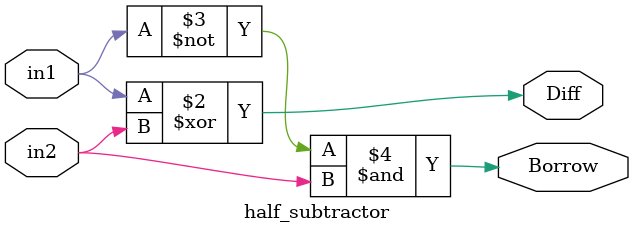
<source format=sv>
`timescale 1 ns / 1ns

module half_subtractor (
    input in1,
    in2,
    output reg Diff,
    Borrow
);

    always @(in1, in2) begin
        Diff  = in1 ^ in2;
        Borrow = ~(in1) & in2;
    end

endmodule

</source>
